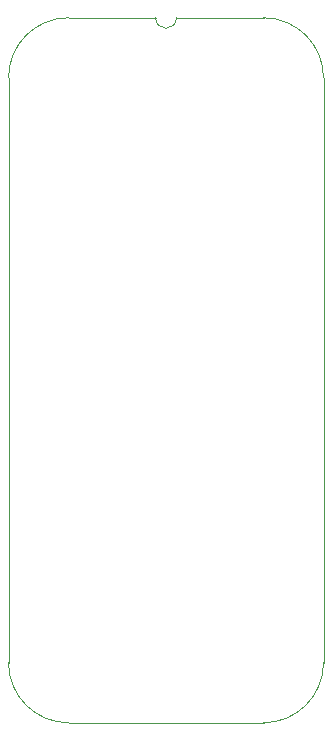
<source format=gm1>
%TF.GenerationSoftware,KiCad,Pcbnew,7.0.5*%
%TF.CreationDate,2024-02-09T16:39:31+02:00*%
%TF.ProjectId,GPIO Address Decode,4750494f-2041-4646-9472-657373204465,rev?*%
%TF.SameCoordinates,Original*%
%TF.FileFunction,Profile,NP*%
%FSLAX46Y46*%
G04 Gerber Fmt 4.6, Leading zero omitted, Abs format (unit mm)*
G04 Created by KiCad (PCBNEW 7.0.5) date 2024-02-09 16:39:31*
%MOMM*%
%LPD*%
G01*
G04 APERTURE LIST*
%TA.AperFunction,Profile*%
%ADD10C,0.100000*%
%TD*%
G04 APERTURE END LIST*
D10*
%TO.C,J1*%
X112395000Y-52705000D02*
X112395000Y-102235000D01*
X124841000Y-47625000D02*
X117475000Y-47625000D01*
X133985000Y-47625000D02*
X126619000Y-47625000D01*
X133985000Y-107315000D02*
X117475000Y-107315000D01*
X139065000Y-102235000D02*
X139065000Y-52705000D01*
X117475000Y-47625000D02*
G75*
G03*
X112395000Y-52705000I2J-5080002D01*
G01*
X112395000Y-102235000D02*
G75*
G03*
X117475000Y-107315000I5080000J0D01*
G01*
X124841000Y-47625000D02*
G75*
G03*
X126619000Y-47625000I889000J0D01*
G01*
X139065000Y-52705000D02*
G75*
G03*
X133985000Y-47625000I-5080000J0D01*
G01*
X133985000Y-107315000D02*
G75*
G03*
X139065000Y-102235000I0J5080000D01*
G01*
%TD*%
M02*

</source>
